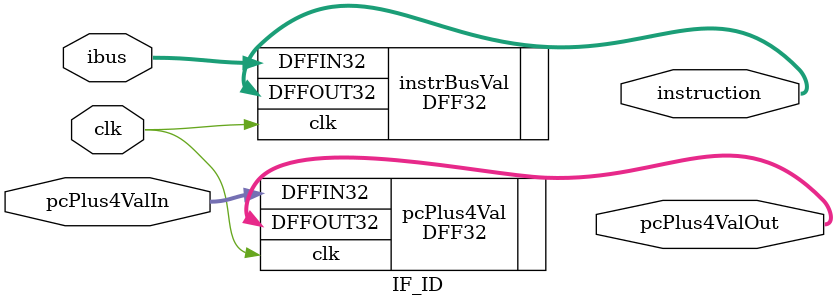
<source format=v>
`timescale 1ns / 1ps


module IF_ID(
    input [31:0] ibus, pcPlus4ValIn,
    input clk,
    output [31:0] instruction, pcPlus4ValOut
    );
    DFF32 instrBusVal(
        .DFFIN32(ibus),
        .DFFOUT32(instruction),
        .clk(clk)
    );
    DFF32 pcPlus4Val(
        .DFFIN32(pcPlus4ValIn),
        .DFFOUT32(pcPlus4ValOut),
        .clk(clk)
    );
    

endmodule
</source>
